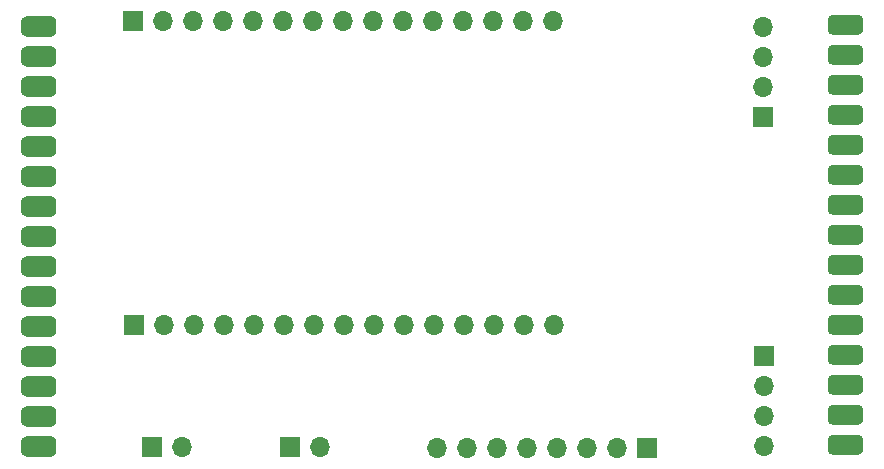
<source format=gbr>
%TF.GenerationSoftware,KiCad,Pcbnew,5.1.9-73d0e3b20d~88~ubuntu18.04.1*%
%TF.CreationDate,2021-01-24T01:48:54+01:00*%
%TF.ProjectId,rugzak-ledboard-pcb,7275677a-616b-42d6-9c65-64626f617264,rev?*%
%TF.SameCoordinates,Original*%
%TF.FileFunction,Soldermask,Bot*%
%TF.FilePolarity,Negative*%
%FSLAX46Y46*%
G04 Gerber Fmt 4.6, Leading zero omitted, Abs format (unit mm)*
G04 Created by KiCad (PCBNEW 5.1.9-73d0e3b20d~88~ubuntu18.04.1) date 2021-01-24 01:48:54*
%MOMM*%
%LPD*%
G01*
G04 APERTURE LIST*
%ADD10O,1.700000X1.700000*%
%ADD11R,1.700000X1.700000*%
G04 APERTURE END LIST*
%TO.C,J1*%
G36*
G01*
X52350000Y-111805000D02*
X52350000Y-112655000D01*
G75*
G02*
X51925000Y-113080000I-425000J0D01*
G01*
X49775000Y-113080000D01*
G75*
G02*
X49350000Y-112655000I0J425000D01*
G01*
X49350000Y-111805000D01*
G75*
G02*
X49775000Y-111380000I425000J0D01*
G01*
X51925000Y-111380000D01*
G75*
G02*
X52350000Y-111805000I0J-425000D01*
G01*
G37*
G36*
G01*
X52350000Y-114345000D02*
X52350000Y-115195000D01*
G75*
G02*
X51925000Y-115620000I-425000J0D01*
G01*
X49775000Y-115620000D01*
G75*
G02*
X49350000Y-115195000I0J425000D01*
G01*
X49350000Y-114345000D01*
G75*
G02*
X49775000Y-113920000I425000J0D01*
G01*
X51925000Y-113920000D01*
G75*
G02*
X52350000Y-114345000I0J-425000D01*
G01*
G37*
G36*
G01*
X52350000Y-116885000D02*
X52350000Y-117735000D01*
G75*
G02*
X51925000Y-118160000I-425000J0D01*
G01*
X49775000Y-118160000D01*
G75*
G02*
X49350000Y-117735000I0J425000D01*
G01*
X49350000Y-116885000D01*
G75*
G02*
X49775000Y-116460000I425000J0D01*
G01*
X51925000Y-116460000D01*
G75*
G02*
X52350000Y-116885000I0J-425000D01*
G01*
G37*
G36*
G01*
X52350000Y-119425000D02*
X52350000Y-120275000D01*
G75*
G02*
X51925000Y-120700000I-425000J0D01*
G01*
X49775000Y-120700000D01*
G75*
G02*
X49350000Y-120275000I0J425000D01*
G01*
X49350000Y-119425000D01*
G75*
G02*
X49775000Y-119000000I425000J0D01*
G01*
X51925000Y-119000000D01*
G75*
G02*
X52350000Y-119425000I0J-425000D01*
G01*
G37*
G36*
G01*
X52350000Y-121965000D02*
X52350000Y-122815000D01*
G75*
G02*
X51925000Y-123240000I-425000J0D01*
G01*
X49775000Y-123240000D01*
G75*
G02*
X49350000Y-122815000I0J425000D01*
G01*
X49350000Y-121965000D01*
G75*
G02*
X49775000Y-121540000I425000J0D01*
G01*
X51925000Y-121540000D01*
G75*
G02*
X52350000Y-121965000I0J-425000D01*
G01*
G37*
G36*
G01*
X52350000Y-124505000D02*
X52350000Y-125355000D01*
G75*
G02*
X51925000Y-125780000I-425000J0D01*
G01*
X49775000Y-125780000D01*
G75*
G02*
X49350000Y-125355000I0J425000D01*
G01*
X49350000Y-124505000D01*
G75*
G02*
X49775000Y-124080000I425000J0D01*
G01*
X51925000Y-124080000D01*
G75*
G02*
X52350000Y-124505000I0J-425000D01*
G01*
G37*
G36*
G01*
X52350000Y-127045000D02*
X52350000Y-127895000D01*
G75*
G02*
X51925000Y-128320000I-425000J0D01*
G01*
X49775000Y-128320000D01*
G75*
G02*
X49350000Y-127895000I0J425000D01*
G01*
X49350000Y-127045000D01*
G75*
G02*
X49775000Y-126620000I425000J0D01*
G01*
X51925000Y-126620000D01*
G75*
G02*
X52350000Y-127045000I0J-425000D01*
G01*
G37*
G36*
G01*
X52350000Y-129585000D02*
X52350000Y-130435000D01*
G75*
G02*
X51925000Y-130860000I-425000J0D01*
G01*
X49775000Y-130860000D01*
G75*
G02*
X49350000Y-130435000I0J425000D01*
G01*
X49350000Y-129585000D01*
G75*
G02*
X49775000Y-129160000I425000J0D01*
G01*
X51925000Y-129160000D01*
G75*
G02*
X52350000Y-129585000I0J-425000D01*
G01*
G37*
G36*
G01*
X52350000Y-132125000D02*
X52350000Y-132975000D01*
G75*
G02*
X51925000Y-133400000I-425000J0D01*
G01*
X49775000Y-133400000D01*
G75*
G02*
X49350000Y-132975000I0J425000D01*
G01*
X49350000Y-132125000D01*
G75*
G02*
X49775000Y-131700000I425000J0D01*
G01*
X51925000Y-131700000D01*
G75*
G02*
X52350000Y-132125000I0J-425000D01*
G01*
G37*
G36*
G01*
X52350000Y-134665000D02*
X52350000Y-135515000D01*
G75*
G02*
X51925000Y-135940000I-425000J0D01*
G01*
X49775000Y-135940000D01*
G75*
G02*
X49350000Y-135515000I0J425000D01*
G01*
X49350000Y-134665000D01*
G75*
G02*
X49775000Y-134240000I425000J0D01*
G01*
X51925000Y-134240000D01*
G75*
G02*
X52350000Y-134665000I0J-425000D01*
G01*
G37*
G36*
G01*
X52350000Y-137205000D02*
X52350000Y-138055000D01*
G75*
G02*
X51925000Y-138480000I-425000J0D01*
G01*
X49775000Y-138480000D01*
G75*
G02*
X49350000Y-138055000I0J425000D01*
G01*
X49350000Y-137205000D01*
G75*
G02*
X49775000Y-136780000I425000J0D01*
G01*
X51925000Y-136780000D01*
G75*
G02*
X52350000Y-137205000I0J-425000D01*
G01*
G37*
G36*
G01*
X52350000Y-139745000D02*
X52350000Y-140595000D01*
G75*
G02*
X51925000Y-141020000I-425000J0D01*
G01*
X49775000Y-141020000D01*
G75*
G02*
X49350000Y-140595000I0J425000D01*
G01*
X49350000Y-139745000D01*
G75*
G02*
X49775000Y-139320000I425000J0D01*
G01*
X51925000Y-139320000D01*
G75*
G02*
X52350000Y-139745000I0J-425000D01*
G01*
G37*
G36*
G01*
X52350000Y-142285000D02*
X52350000Y-143135000D01*
G75*
G02*
X51925000Y-143560000I-425000J0D01*
G01*
X49775000Y-143560000D01*
G75*
G02*
X49350000Y-143135000I0J425000D01*
G01*
X49350000Y-142285000D01*
G75*
G02*
X49775000Y-141860000I425000J0D01*
G01*
X51925000Y-141860000D01*
G75*
G02*
X52350000Y-142285000I0J-425000D01*
G01*
G37*
G36*
G01*
X52350000Y-144825000D02*
X52350000Y-145675000D01*
G75*
G02*
X51925000Y-146100000I-425000J0D01*
G01*
X49775000Y-146100000D01*
G75*
G02*
X49350000Y-145675000I0J425000D01*
G01*
X49350000Y-144825000D01*
G75*
G02*
X49775000Y-144400000I425000J0D01*
G01*
X51925000Y-144400000D01*
G75*
G02*
X52350000Y-144825000I0J-425000D01*
G01*
G37*
G36*
G01*
X52350000Y-147365000D02*
X52350000Y-148215000D01*
G75*
G02*
X51925000Y-148640000I-425000J0D01*
G01*
X49775000Y-148640000D01*
G75*
G02*
X49350000Y-148215000I0J425000D01*
G01*
X49350000Y-147365000D01*
G75*
G02*
X49775000Y-146940000I425000J0D01*
G01*
X51925000Y-146940000D01*
G75*
G02*
X52350000Y-147365000I0J-425000D01*
G01*
G37*
%TD*%
%TO.C,J4*%
G36*
G01*
X117650000Y-148075000D02*
X117650000Y-147225000D01*
G75*
G02*
X118075000Y-146800000I425000J0D01*
G01*
X120225000Y-146800000D01*
G75*
G02*
X120650000Y-147225000I0J-425000D01*
G01*
X120650000Y-148075000D01*
G75*
G02*
X120225000Y-148500000I-425000J0D01*
G01*
X118075000Y-148500000D01*
G75*
G02*
X117650000Y-148075000I0J425000D01*
G01*
G37*
G36*
G01*
X117650000Y-145535000D02*
X117650000Y-144685000D01*
G75*
G02*
X118075000Y-144260000I425000J0D01*
G01*
X120225000Y-144260000D01*
G75*
G02*
X120650000Y-144685000I0J-425000D01*
G01*
X120650000Y-145535000D01*
G75*
G02*
X120225000Y-145960000I-425000J0D01*
G01*
X118075000Y-145960000D01*
G75*
G02*
X117650000Y-145535000I0J425000D01*
G01*
G37*
G36*
G01*
X117650000Y-142995000D02*
X117650000Y-142145000D01*
G75*
G02*
X118075000Y-141720000I425000J0D01*
G01*
X120225000Y-141720000D01*
G75*
G02*
X120650000Y-142145000I0J-425000D01*
G01*
X120650000Y-142995000D01*
G75*
G02*
X120225000Y-143420000I-425000J0D01*
G01*
X118075000Y-143420000D01*
G75*
G02*
X117650000Y-142995000I0J425000D01*
G01*
G37*
G36*
G01*
X117650000Y-140455000D02*
X117650000Y-139605000D01*
G75*
G02*
X118075000Y-139180000I425000J0D01*
G01*
X120225000Y-139180000D01*
G75*
G02*
X120650000Y-139605000I0J-425000D01*
G01*
X120650000Y-140455000D01*
G75*
G02*
X120225000Y-140880000I-425000J0D01*
G01*
X118075000Y-140880000D01*
G75*
G02*
X117650000Y-140455000I0J425000D01*
G01*
G37*
G36*
G01*
X117650000Y-137915000D02*
X117650000Y-137065000D01*
G75*
G02*
X118075000Y-136640000I425000J0D01*
G01*
X120225000Y-136640000D01*
G75*
G02*
X120650000Y-137065000I0J-425000D01*
G01*
X120650000Y-137915000D01*
G75*
G02*
X120225000Y-138340000I-425000J0D01*
G01*
X118075000Y-138340000D01*
G75*
G02*
X117650000Y-137915000I0J425000D01*
G01*
G37*
G36*
G01*
X117650000Y-135375000D02*
X117650000Y-134525000D01*
G75*
G02*
X118075000Y-134100000I425000J0D01*
G01*
X120225000Y-134100000D01*
G75*
G02*
X120650000Y-134525000I0J-425000D01*
G01*
X120650000Y-135375000D01*
G75*
G02*
X120225000Y-135800000I-425000J0D01*
G01*
X118075000Y-135800000D01*
G75*
G02*
X117650000Y-135375000I0J425000D01*
G01*
G37*
G36*
G01*
X117650000Y-132835000D02*
X117650000Y-131985000D01*
G75*
G02*
X118075000Y-131560000I425000J0D01*
G01*
X120225000Y-131560000D01*
G75*
G02*
X120650000Y-131985000I0J-425000D01*
G01*
X120650000Y-132835000D01*
G75*
G02*
X120225000Y-133260000I-425000J0D01*
G01*
X118075000Y-133260000D01*
G75*
G02*
X117650000Y-132835000I0J425000D01*
G01*
G37*
G36*
G01*
X117650000Y-130295000D02*
X117650000Y-129445000D01*
G75*
G02*
X118075000Y-129020000I425000J0D01*
G01*
X120225000Y-129020000D01*
G75*
G02*
X120650000Y-129445000I0J-425000D01*
G01*
X120650000Y-130295000D01*
G75*
G02*
X120225000Y-130720000I-425000J0D01*
G01*
X118075000Y-130720000D01*
G75*
G02*
X117650000Y-130295000I0J425000D01*
G01*
G37*
G36*
G01*
X117650000Y-127755000D02*
X117650000Y-126905000D01*
G75*
G02*
X118075000Y-126480000I425000J0D01*
G01*
X120225000Y-126480000D01*
G75*
G02*
X120650000Y-126905000I0J-425000D01*
G01*
X120650000Y-127755000D01*
G75*
G02*
X120225000Y-128180000I-425000J0D01*
G01*
X118075000Y-128180000D01*
G75*
G02*
X117650000Y-127755000I0J425000D01*
G01*
G37*
G36*
G01*
X117650000Y-125215000D02*
X117650000Y-124365000D01*
G75*
G02*
X118075000Y-123940000I425000J0D01*
G01*
X120225000Y-123940000D01*
G75*
G02*
X120650000Y-124365000I0J-425000D01*
G01*
X120650000Y-125215000D01*
G75*
G02*
X120225000Y-125640000I-425000J0D01*
G01*
X118075000Y-125640000D01*
G75*
G02*
X117650000Y-125215000I0J425000D01*
G01*
G37*
G36*
G01*
X117650000Y-122675000D02*
X117650000Y-121825000D01*
G75*
G02*
X118075000Y-121400000I425000J0D01*
G01*
X120225000Y-121400000D01*
G75*
G02*
X120650000Y-121825000I0J-425000D01*
G01*
X120650000Y-122675000D01*
G75*
G02*
X120225000Y-123100000I-425000J0D01*
G01*
X118075000Y-123100000D01*
G75*
G02*
X117650000Y-122675000I0J425000D01*
G01*
G37*
G36*
G01*
X117650000Y-120135000D02*
X117650000Y-119285000D01*
G75*
G02*
X118075000Y-118860000I425000J0D01*
G01*
X120225000Y-118860000D01*
G75*
G02*
X120650000Y-119285000I0J-425000D01*
G01*
X120650000Y-120135000D01*
G75*
G02*
X120225000Y-120560000I-425000J0D01*
G01*
X118075000Y-120560000D01*
G75*
G02*
X117650000Y-120135000I0J425000D01*
G01*
G37*
G36*
G01*
X117650000Y-117595000D02*
X117650000Y-116745000D01*
G75*
G02*
X118075000Y-116320000I425000J0D01*
G01*
X120225000Y-116320000D01*
G75*
G02*
X120650000Y-116745000I0J-425000D01*
G01*
X120650000Y-117595000D01*
G75*
G02*
X120225000Y-118020000I-425000J0D01*
G01*
X118075000Y-118020000D01*
G75*
G02*
X117650000Y-117595000I0J425000D01*
G01*
G37*
G36*
G01*
X117650000Y-115055000D02*
X117650000Y-114205000D01*
G75*
G02*
X118075000Y-113780000I425000J0D01*
G01*
X120225000Y-113780000D01*
G75*
G02*
X120650000Y-114205000I0J-425000D01*
G01*
X120650000Y-115055000D01*
G75*
G02*
X120225000Y-115480000I-425000J0D01*
G01*
X118075000Y-115480000D01*
G75*
G02*
X117650000Y-115055000I0J425000D01*
G01*
G37*
G36*
G01*
X117650000Y-112515000D02*
X117650000Y-111665000D01*
G75*
G02*
X118075000Y-111240000I425000J0D01*
G01*
X120225000Y-111240000D01*
G75*
G02*
X120650000Y-111665000I0J-425000D01*
G01*
X120650000Y-112515000D01*
G75*
G02*
X120225000Y-112940000I-425000J0D01*
G01*
X118075000Y-112940000D01*
G75*
G02*
X117650000Y-112515000I0J425000D01*
G01*
G37*
%TD*%
D10*
%TO.C,J5*%
X84570000Y-147900000D03*
X87110000Y-147900000D03*
X89650000Y-147900000D03*
X92190000Y-147900000D03*
X94730000Y-147900000D03*
X97270000Y-147900000D03*
X99810000Y-147900000D03*
D11*
X102350000Y-147900000D03*
%TD*%
D10*
%TO.C,ESP321*%
X94360000Y-111800000D03*
X91820000Y-111800000D03*
X89280000Y-111800000D03*
X86740000Y-111800000D03*
X84200000Y-111800000D03*
X81660000Y-111800000D03*
X79120000Y-111800000D03*
X76580000Y-111800000D03*
X74040000Y-111800000D03*
X71500000Y-111800000D03*
X68960000Y-111800000D03*
X66420000Y-111800000D03*
X63880000Y-111800000D03*
X61340000Y-111800000D03*
D11*
X58800000Y-111800000D03*
X58800000Y-111800000D03*
D10*
X61340000Y-111800000D03*
X63880000Y-111800000D03*
X66420000Y-111800000D03*
X68960000Y-111800000D03*
X71500000Y-111800000D03*
X74040000Y-111800000D03*
X76580000Y-111800000D03*
X79120000Y-111800000D03*
X81660000Y-111800000D03*
X84200000Y-111800000D03*
X86740000Y-111800000D03*
X89280000Y-111800000D03*
X91820000Y-111800000D03*
X94360000Y-111800000D03*
X94460000Y-137500000D03*
X91920000Y-137500000D03*
X89380000Y-137500000D03*
X86840000Y-137500000D03*
X84300000Y-137500000D03*
X81760000Y-137500000D03*
X79220000Y-137500000D03*
X76680000Y-137500000D03*
X74140000Y-137500000D03*
X71600000Y-137500000D03*
X69060000Y-137500000D03*
X66520000Y-137500000D03*
X63980000Y-137500000D03*
X61440000Y-137500000D03*
D11*
X58900000Y-137500000D03*
X58900000Y-137500000D03*
D10*
X61440000Y-137500000D03*
X63980000Y-137500000D03*
X66520000Y-137500000D03*
X69060000Y-137500000D03*
X71600000Y-137500000D03*
X74140000Y-137500000D03*
X76680000Y-137500000D03*
X79220000Y-137500000D03*
X81760000Y-137500000D03*
X84300000Y-137500000D03*
X86840000Y-137500000D03*
X89380000Y-137500000D03*
X91920000Y-137500000D03*
X94460000Y-137500000D03*
%TD*%
D11*
%TO.C,J2*%
X112250000Y-140100000D03*
D10*
X112250000Y-142640000D03*
X112250000Y-145180000D03*
X112250000Y-147720000D03*
%TD*%
%TO.C,J3*%
X112150000Y-112280000D03*
X112150000Y-114820000D03*
X112150000Y-117360000D03*
D11*
X112150000Y-119900000D03*
%TD*%
D10*
%TO.C,J6*%
X74690000Y-147800000D03*
D11*
X72150000Y-147800000D03*
%TD*%
%TO.C,J7*%
X60450000Y-147800000D03*
D10*
X62990000Y-147800000D03*
%TD*%
M02*

</source>
